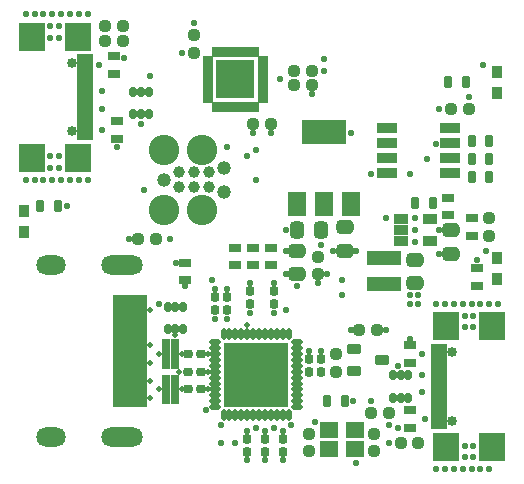
<source format=gts>
%FSLAX46Y46*%
%MOMM*%
%AMPS37*
21,1,5.500000,5.500000,0.000000,0.000000,180.000000*
%
%ADD37PS37*%
%AMPS18*
21,1,0.450000,0.700000,0.000000,0.000000,90.000000*
%
%ADD18PS18*%
%AMPS21*
21,1,0.450000,0.700000,0.000000,0.000000,270.000000*
%
%ADD21PS21*%
%AMPS44*
21,1,0.800000,1.700000,0.000000,0.000000,90.000000*
%
%ADD44PS44*%
%AMPS43*
21,1,0.800000,1.700000,0.000000,0.000000,270.000000*
%
%ADD43PS43*%
%AMPS19*
21,1,0.650000,0.700000,0.000000,0.000000,90.000000*
%
%ADD19PS19*%
%AMPS20*
21,1,0.650000,0.700000,0.000000,0.000000,270.000000*
%
%ADD20PS20*%
%AMPS45*
21,1,1.450000,1.950000,0.000000,0.000000,0.000000*
%
%ADD45PS45*%
%AMPS49*
21,1,0.800000,1.350000,0.000000,0.000000,90.000000*
%
%ADD49PS49*%
%AMPS26*
21,1,0.800000,1.350000,0.000000,0.000000,270.000000*
%
%ADD26PS26*%
%AMPS54*
21,1,0.500000,0.800000,0.000000,0.000000,0.000000*
%
%ADD54PS54*%
%AMPS56*
21,1,0.500000,0.800000,0.000000,0.000000,90.000000*
%
%ADD56PS56*%
%AMPS55*
21,1,0.500000,0.800000,0.000000,0.000000,180.000000*
%
%ADD55PS55*%
%AMPS57*
21,1,0.500000,0.800000,0.000000,0.000000,270.000000*
%
%ADD57PS57*%
%AMPS46*
21,1,3.700000,1.950000,0.000000,0.000000,0.000000*
%
%ADD46PS46*%
%AMPS59*
21,1,0.500000,2.800000,0.000000,0.000000,270.000000*
%
%ADD59PS59*%
%AMPS12*
21,1,1.200000,2.900000,0.000000,0.000000,270.000000*
%
%ADD12PS12*%
%AMPS50*
21,1,2.380000,2.200000,0.000000,0.000000,90.000000*
%
%ADD50PS50*%
%AMPS27*
21,1,2.380000,2.200000,0.000000,0.000000,270.000000*
%
%ADD27PS27*%
%AMPS51*
21,1,0.500000,1.350000,0.000000,0.000000,90.000000*
%
%ADD51PS51*%
%AMPS28*
21,1,0.500000,1.350000,0.000000,0.000000,270.000000*
%
%ADD28PS28*%
%AMPS14*
21,1,0.900000,1.200000,0.000000,0.000000,270.000000*
%
%ADD14PS14*%
%AMPS53*
21,1,1.600000,1.400000,0.000000,0.000000,180.000000*
%
%ADD53PS53*%
%AMPS31*
21,1,1.000000,0.900000,0.000000,0.000000,90.000000*
%
%ADD31PS31*%
%AMPS48*
21,1,1.000000,0.900000,0.000000,0.000000,270.000000*
%
%ADD48PS48*%
%AMPS63*
1,1,0.550000,0.000000,0.000000*
%
%ADD63PS63*%
%AMPS64*
1,1,0.500000,0.000000,0.000000*
%
%ADD64PS64*%
%AMPS60*
21,1,1.800000,1.700000,0.000000,0.000000,0.000000*
1,1,1.700000,0.900000,0.000000*
1,1,1.700000,-0.900000,0.000000*
%
%ADD60PS60*%
%AMPS61*
21,1,0.800000,1.700000,0.000000,0.000000,0.000000*
1,1,1.700000,0.400000,0.000000*
1,1,1.700000,-0.400000,0.000000*
%
%ADD61PS61*%
%AMPS39*
1,1,2.575000,0.000000,0.000000*
%
%ADD39PS39*%
%AMPS41*
1,1,2.575000,0.000000,0.000000*
%
%ADD41PS41*%
%AMPS52*
1,1,0.850000,0.000000,0.000000*
%
%ADD52PS52*%
%AMPS29*
1,1,0.850000,0.000000,0.000000*
%
%ADD29PS29*%
%AMPS42*
1,1,1.190600,0.000000,0.000000*
%
%ADD42PS42*%
%AMPS17*
1,1,0.560000,-0.220000,0.195000*
1,1,0.560000,0.220000,-0.195000*
1,1,0.560000,0.220000,0.195000*
1,1,0.560000,-0.220000,-0.195000*
21,1,1.000000,0.390000,0.000000,0.000000,0.000000*
21,1,0.440000,0.950000,0.000000,0.000000,0.000000*
%
%ADD17PS17*%
%AMPS11*
1,1,0.560000,-0.195000,-0.220000*
1,1,0.560000,0.195000,0.220000*
1,1,0.560000,-0.195000,0.220000*
1,1,0.560000,0.195000,-0.220000*
21,1,1.000000,0.390000,0.000000,0.000000,90.000000*
21,1,0.440000,0.950000,0.000000,0.000000,90.000000*
%
%ADD11PS11*%
%AMPS32*
1,1,0.560000,0.220000,-0.195000*
1,1,0.560000,-0.220000,0.195000*
1,1,0.560000,-0.220000,-0.195000*
1,1,0.560000,0.220000,0.195000*
21,1,1.000000,0.390000,0.000000,0.000000,180.000000*
21,1,0.440000,0.950000,0.000000,0.000000,180.000000*
%
%ADD32PS32*%
%AMPS25*
1,1,0.560000,0.195000,0.220000*
1,1,0.560000,-0.195000,-0.220000*
1,1,0.560000,0.195000,-0.220000*
1,1,0.560000,-0.195000,0.220000*
21,1,1.000000,0.390000,0.000000,0.000000,270.000000*
21,1,0.440000,0.950000,0.000000,0.000000,270.000000*
%
%ADD25PS25*%
%AMPS13*
1,1,0.700000,-0.375000,-0.250000*
1,1,0.700000,0.375000,0.250000*
1,1,0.700000,-0.375000,0.250000*
1,1,0.700000,0.375000,-0.250000*
21,1,1.200000,0.750000,0.000000,0.000000,90.000000*
21,1,0.500000,1.450000,0.000000,0.000000,90.000000*
%
%ADD13PS13*%
%AMPS62*
1,1,0.700000,0.250000,-0.375000*
1,1,0.700000,-0.250000,0.375000*
1,1,0.700000,-0.250000,-0.375000*
1,1,0.700000,0.250000,0.375000*
21,1,1.200000,0.750000,0.000000,0.000000,180.000000*
21,1,0.500000,1.450000,0.000000,0.000000,180.000000*
%
%ADD62PS62*%
%AMPS47*
1,1,0.700000,0.375000,0.250000*
1,1,0.700000,-0.375000,-0.250000*
1,1,0.700000,0.375000,-0.250000*
1,1,0.700000,-0.375000,0.250000*
21,1,1.200000,0.750000,0.000000,0.000000,270.000000*
21,1,0.500000,1.450000,0.000000,0.000000,270.000000*
%
%ADD47PS47*%
%AMPS36*
1,1,0.325000,0.062500,-0.337500*
1,1,0.325000,-0.062500,0.337500*
1,1,0.325000,-0.062500,-0.337500*
1,1,0.325000,0.062500,0.337500*
21,1,0.450000,0.675000,0.000000,0.000000,180.000000*
21,1,0.125000,1.000000,0.000000,0.000000,180.000000*
%
%ADD36PS36*%
%AMPS22*
1,1,0.440000,-0.130000,0.330000*
1,1,0.440000,0.130000,-0.330000*
1,1,0.440000,0.130000,0.330000*
1,1,0.440000,-0.130000,-0.330000*
21,1,0.700000,0.660000,0.000000,0.000000,0.000000*
21,1,0.260000,1.100000,0.000000,0.000000,0.000000*
%
%ADD22PS22*%
%AMPS33*
1,1,0.440000,-0.330000,-0.130000*
1,1,0.440000,0.330000,0.130000*
1,1,0.440000,-0.330000,0.130000*
1,1,0.440000,0.330000,-0.130000*
21,1,0.700000,0.660000,0.000000,0.000000,90.000000*
21,1,0.260000,1.100000,0.000000,0.000000,90.000000*
%
%ADD33PS33*%
%AMPS30*
1,1,0.440000,0.130000,-0.330000*
1,1,0.440000,-0.130000,0.330000*
1,1,0.440000,-0.130000,-0.330000*
1,1,0.440000,0.130000,0.330000*
21,1,0.700000,0.660000,0.000000,0.000000,180.000000*
21,1,0.260000,1.100000,0.000000,0.000000,180.000000*
%
%ADD30PS30*%
%AMPS16*
1,1,0.440000,0.330000,0.130000*
1,1,0.440000,-0.330000,-0.130000*
1,1,0.440000,0.330000,-0.130000*
1,1,0.440000,-0.330000,0.130000*
21,1,0.700000,0.660000,0.000000,0.000000,270.000000*
21,1,0.260000,1.100000,0.000000,0.000000,270.000000*
%
%ADD16PS16*%
%AMPS24*
1,1,0.400000,-0.110000,0.200000*
1,1,0.400000,0.110000,-0.200000*
1,1,0.400000,0.110000,0.200000*
1,1,0.400000,-0.110000,-0.200000*
21,1,0.620000,0.400000,0.000000,0.000000,0.000000*
21,1,0.220000,0.800000,0.000000,0.000000,0.000000*
%
%ADD24PS24*%
%AMPS23*
1,1,0.400000,0.110000,-0.200000*
1,1,0.400000,-0.110000,0.200000*
1,1,0.400000,-0.110000,-0.200000*
1,1,0.400000,0.110000,0.200000*
21,1,0.620000,0.400000,0.000000,0.000000,180.000000*
21,1,0.220000,0.800000,0.000000,0.000000,180.000000*
%
%ADD23PS23*%
%AMPS10*
1,1,0.440000,-0.130000,-0.180000*
1,1,0.440000,0.130000,0.180000*
1,1,0.440000,-0.130000,0.180000*
1,1,0.440000,0.130000,-0.180000*
21,1,0.800000,0.260000,0.000000,0.000000,90.000000*
21,1,0.360000,0.700000,0.000000,0.000000,90.000000*
%
%ADD10PS10*%
%AMPS34*
1,1,0.440000,0.180000,-0.130000*
1,1,0.440000,-0.180000,0.130000*
1,1,0.440000,-0.180000,-0.130000*
1,1,0.440000,0.180000,0.130000*
21,1,0.800000,0.260000,0.000000,0.000000,180.000000*
21,1,0.360000,0.700000,0.000000,0.000000,180.000000*
%
%ADD34PS34*%
%AMPS15*
1,1,0.440000,0.130000,0.180000*
1,1,0.440000,-0.130000,-0.180000*
1,1,0.440000,0.130000,-0.180000*
1,1,0.440000,-0.130000,0.180000*
21,1,0.800000,0.260000,0.000000,0.000000,270.000000*
21,1,0.360000,0.700000,0.000000,0.000000,270.000000*
%
%ADD15PS15*%
%AMPS38*
1,1,0.540000,-0.330000,-0.180000*
1,1,0.540000,0.330000,0.180000*
1,1,0.540000,-0.330000,0.180000*
1,1,0.540000,0.330000,-0.180000*
21,1,0.900000,0.660000,0.000000,0.000000,90.000000*
21,1,0.360000,1.200000,0.000000,0.000000,90.000000*
%
%ADD38PS38*%
%AMPS35*
1,1,0.325000,0.337500,-0.062500*
1,1,0.325000,-0.337500,0.062500*
1,1,0.325000,-0.337500,-0.062500*
1,1,0.325000,0.337500,0.062500*
21,1,1.000000,0.125000,0.000000,0.000000,180.000000*
21,1,0.675000,0.450000,0.000000,0.000000,180.000000*
%
%ADD35PS35*%
%AMPS58*
21,1,3.300000,3.300000,0.000000,0.000000,180.000000*
%
%ADD58PS58*%
%AMPS40*
1,1,0.987400,0.000000,0.000000*
%
%ADD40PS40*%
G01*
%LPD*%
G01*
%LPD*%
G75*
D10*
X22000000Y16550000D03*
D10*
X22000000Y15450000D03*
D11*
X40250000Y22750000D03*
D11*
X40250000Y21250000D03*
D12*
X31300000Y19350000D03*
D12*
X31300000Y17150000D03*
D11*
X15250000Y38250000D03*
D11*
X15250000Y36750000D03*
D13*
X24000008Y18000056D03*
D13*
X24000008Y20000056D03*
D14*
X32800000Y21750000D03*
D14*
X35200000Y20800000D03*
D14*
X32800000Y22700000D03*
D14*
X35200000Y22700000D03*
D14*
X32800000Y20800000D03*
D15*
X21250000Y2950000D03*
D15*
X21250000Y4050000D03*
D16*
X14500000Y19000000D03*
D16*
X14500000Y17500000D03*
D10*
X17000000Y16050000D03*
D10*
X17000000Y14950000D03*
D17*
X25250000Y34000000D03*
D17*
X23750000Y34000000D03*
D18*
X13650000Y10249998D03*
D18*
X13650000Y12249998D03*
D19*
X13650000Y11249998D03*
D20*
X12850000Y11249998D03*
D21*
X12850000Y12249998D03*
D21*
X12850000Y10249998D03*
D18*
X13650000Y10749998D03*
D21*
X12850000Y10749998D03*
D18*
X13650000Y11749998D03*
D21*
X12850000Y11749998D03*
D10*
X18000000Y16050000D03*
D10*
X18000000Y14950000D03*
D22*
X36750000Y34250000D03*
D22*
X38250000Y34250000D03*
D23*
X10100000Y33450000D03*
D23*
X11400000Y33450000D03*
D23*
X10750000Y33450000D03*
D24*
X10100000Y31550000D03*
D24*
X11400000Y31550000D03*
D24*
X10750000Y31550000D03*
D25*
X25750000Y18000000D03*
D25*
X25750000Y19500000D03*
D26*
X6005000Y29800000D03*
D27*
X5430000Y38110000D03*
D28*
X6005000Y34250000D03*
D27*
X1500000Y27890000D03*
D28*
X6005000Y31750000D03*
D27*
X5430000Y27890000D03*
D28*
X6005000Y33250000D03*
D28*
X6005000Y34750000D03*
D28*
X6005000Y31250000D03*
D29*
X4930000Y35890000D03*
D26*
X6005000Y35400000D03*
D27*
X1500000Y38110000D03*
D28*
X6005000Y32750000D03*
D26*
X6005000Y30600000D03*
D26*
X6005000Y36200000D03*
D28*
X6005000Y33750000D03*
D29*
X4930000Y30110000D03*
D28*
X6005000Y32250000D03*
D16*
X33520000Y6500000D03*
D16*
X33520000Y5000000D03*
D30*
X35500000Y24000000D03*
D30*
X34000000Y24000000D03*
D31*
X850000Y23400000D03*
D31*
X850000Y21600000D03*
D32*
X32750000Y3750000D03*
D32*
X34250000Y3750000D03*
D33*
X8750000Y29500000D03*
D33*
X8750000Y31000000D03*
D10*
X26000000Y10800000D03*
D10*
X26000000Y9700000D03*
D10*
X20000000Y16550000D03*
D10*
X20000000Y15450000D03*
D17*
X9250000Y37750000D03*
D17*
X7750000Y37750000D03*
D33*
X8500000Y35000000D03*
D33*
X8500000Y36500000D03*
D34*
X14700000Y8250000D03*
D34*
X15800000Y8250000D03*
D30*
X40250000Y26250000D03*
D30*
X38750000Y26250000D03*
D16*
X18750000Y20250000D03*
D16*
X18750000Y18750000D03*
D35*
X23950000Y9750000D03*
D36*
X21750000Y6050000D03*
D36*
X21250000Y6050000D03*
D35*
X23950000Y12250000D03*
D35*
X23950000Y8750000D03*
D36*
X20750000Y12950000D03*
D36*
X18750000Y6050000D03*
D37*
X20500000Y9500000D03*
D35*
X17050000Y6750000D03*
D35*
X23950000Y6750000D03*
D36*
X21250000Y12950000D03*
D35*
X17050000Y12250000D03*
D35*
X23950000Y10250000D03*
D36*
X20250000Y12950000D03*
D35*
X17050000Y10750000D03*
D35*
X23950000Y9250000D03*
D35*
X23950000Y11750000D03*
D35*
X17050000Y9250000D03*
D35*
X17050000Y11750000D03*
D36*
X19250000Y12950000D03*
D36*
X21750000Y12950000D03*
D36*
X17750000Y6050000D03*
D35*
X23950000Y11250000D03*
D36*
X23250000Y6050000D03*
D35*
X23950000Y8250000D03*
D35*
X17050000Y9750000D03*
D36*
X20750000Y6050000D03*
D36*
X20250000Y6050000D03*
D36*
X18250000Y6050000D03*
D35*
X17050000Y8250000D03*
D36*
X18250000Y12950000D03*
D36*
X22750000Y6050000D03*
D35*
X17050000Y7750000D03*
D35*
X23950000Y7750000D03*
D35*
X17050000Y8750000D03*
D35*
X23950000Y10750000D03*
D35*
X17050000Y11250000D03*
D36*
X17750000Y12950000D03*
D35*
X17050000Y7250000D03*
D36*
X18750000Y12950000D03*
D36*
X23250000Y12950000D03*
D36*
X22250000Y12950000D03*
D36*
X22250000Y6050000D03*
D36*
X22750000Y12950000D03*
D35*
X17050000Y10250000D03*
D35*
X23950000Y7250000D03*
D36*
X19250000Y6050000D03*
D36*
X19750000Y12950000D03*
D36*
X19750000Y6050000D03*
D24*
X33400000Y7550000D03*
D24*
X32100000Y7550000D03*
D24*
X32750000Y7550000D03*
D23*
X33400000Y9450000D03*
D23*
X32100000Y9450000D03*
D23*
X32750000Y9450000D03*
D38*
X31200000Y10750000D03*
D38*
X28800000Y11700000D03*
D38*
X28800000Y9800000D03*
D16*
X33500000Y12000000D03*
D16*
X33500000Y10500000D03*
D39*
X12710000Y28540000D03*
D40*
X16520000Y25365000D03*
D40*
X13980000Y25365000D03*
D39*
X15885000Y28540000D03*
D41*
X12710000Y23460000D03*
D42*
X17790000Y27016000D03*
D40*
X13980000Y26635000D03*
D40*
X15250000Y26635000D03*
D40*
X15250000Y25365000D03*
D40*
X16520000Y26635000D03*
D42*
X17790000Y24984000D03*
D42*
X12710000Y26000000D03*
D41*
X15885000Y23460000D03*
D32*
X29250000Y13250000D03*
D32*
X30750000Y13250000D03*
D18*
X13650000Y7249998D03*
D18*
X13650000Y9249998D03*
D19*
X13650000Y8249998D03*
D20*
X12850000Y8249998D03*
D21*
X12850000Y9249998D03*
D21*
X12850000Y7249998D03*
D18*
X13650000Y7749998D03*
D21*
X12850000Y7749998D03*
D18*
X13650000Y8749998D03*
D21*
X12850000Y8749998D03*
D32*
X7750000Y39000000D03*
D32*
X9250000Y39000000D03*
D34*
X14700000Y11250000D03*
D34*
X15800000Y11250000D03*
D43*
X31550000Y29135000D03*
D43*
X31550000Y26595000D03*
D44*
X36950000Y29135000D03*
D44*
X31550000Y30405000D03*
D43*
X31550000Y27865000D03*
D44*
X36950000Y26595000D03*
D44*
X36950000Y27865000D03*
D44*
X36950000Y30405000D03*
D23*
X13025000Y15250000D03*
D23*
X14325000Y15250000D03*
D23*
X13675000Y15250000D03*
D24*
X13025000Y13350000D03*
D24*
X14325000Y13350000D03*
D24*
X13675000Y13350000D03*
D10*
X25000000Y10800000D03*
D10*
X25000000Y9700000D03*
D34*
X14700000Y9750000D03*
D34*
X15800000Y9750000D03*
D13*
X37000008Y19750056D03*
D13*
X37000008Y21750056D03*
D45*
X28550000Y23950000D03*
D45*
X26250000Y23950000D03*
D45*
X23950000Y23950000D03*
D46*
X26250000Y30050000D03*
D16*
X39250000Y18500000D03*
D16*
X39250000Y17000000D03*
D11*
X27250000Y11250000D03*
D11*
X27250000Y9750000D03*
D32*
X20250000Y30750000D03*
D32*
X21750000Y30750000D03*
D30*
X40250000Y29250000D03*
D30*
X38750000Y29250000D03*
D17*
X38500000Y32000000D03*
D17*
X37000000Y32000000D03*
D30*
X40250000Y27750000D03*
D30*
X38750000Y27750000D03*
D15*
X19750000Y2950000D03*
D15*
X19750000Y4050000D03*
D47*
X27999992Y21999944D03*
D47*
X27999992Y19999944D03*
D13*
X34000008Y17250056D03*
D13*
X34000008Y19250056D03*
D16*
X21750000Y20250000D03*
D16*
X21750000Y18750000D03*
D48*
X40900000Y17600000D03*
D48*
X40900000Y19400000D03*
D49*
X35995000Y11700000D03*
D50*
X36570000Y3390000D03*
D51*
X35995000Y7250000D03*
D50*
X40500000Y13610000D03*
D51*
X35995000Y9750000D03*
D50*
X36570000Y13610000D03*
D51*
X35995000Y8250000D03*
D51*
X35995000Y6750000D03*
D51*
X35995000Y10250000D03*
D52*
X37070000Y5610000D03*
D49*
X35995000Y6100000D03*
D50*
X40500000Y3390000D03*
D51*
X35995000Y8750000D03*
D49*
X35995000Y10900000D03*
D49*
X35995000Y5300000D03*
D51*
X35995000Y7750000D03*
D52*
X37070000Y11390000D03*
D51*
X35995000Y9250000D03*
D33*
X36750000Y23000000D03*
D33*
X36750000Y24500000D03*
D53*
X26650000Y3200000D03*
D53*
X28850000Y3200000D03*
D53*
X28850000Y4800000D03*
D53*
X26650000Y4800000D03*
D54*
X18000000Y32150000D03*
D55*
X18000000Y36850000D03*
D56*
X21100000Y34250000D03*
D54*
X20500000Y32150000D03*
D57*
X16400000Y35250000D03*
D54*
X17000000Y32150000D03*
D55*
X19500000Y36850000D03*
D56*
X21100000Y34750000D03*
D57*
X16400000Y33250000D03*
D54*
X18500000Y32150000D03*
D56*
X21100000Y35250000D03*
D54*
X20000000Y32150000D03*
D55*
X18500000Y36850000D03*
D56*
X21100000Y36250000D03*
D55*
X20000000Y36850000D03*
D57*
X16400000Y35750000D03*
D55*
X19000000Y36850000D03*
D58*
X18750000Y34500000D03*
D57*
X16400000Y32750000D03*
D56*
X21100000Y33250000D03*
D57*
X16400000Y36250000D03*
D57*
X16400000Y33750000D03*
D57*
X16400000Y34250000D03*
D56*
X21100000Y33750000D03*
D57*
X16400000Y34750000D03*
D55*
X20500000Y36850000D03*
D55*
X17000000Y36850000D03*
D54*
X19000000Y32150000D03*
D55*
X17500000Y36850000D03*
D54*
X19500000Y32150000D03*
D54*
X17500000Y32150000D03*
D56*
X21100000Y32750000D03*
D56*
X21100000Y35750000D03*
D32*
X30250000Y6250000D03*
D32*
X31750000Y6250000D03*
D30*
X3750000Y23750000D03*
D30*
X2250000Y23750000D03*
D22*
X26500000Y7250000D03*
D22*
X28000000Y7250000D03*
D32*
X23750000Y35250000D03*
D32*
X25250000Y35250000D03*
D16*
X20250000Y20250000D03*
D16*
X20250000Y18750000D03*
D25*
X30500000Y3000000D03*
D25*
X30500000Y4500000D03*
D32*
X10500000Y21000000D03*
D32*
X12000000Y21000000D03*
D59*
X9870000Y10000000D03*
D59*
X9870000Y15500000D03*
D59*
X9870000Y7000000D03*
D59*
X9870000Y7500000D03*
D60*
X9110000Y4250000D03*
D59*
X9870000Y8000000D03*
D59*
X9870000Y13000000D03*
D59*
X9870000Y12500000D03*
D59*
X9870000Y14500000D03*
D60*
X9110000Y18750000D03*
D59*
X9870000Y11000000D03*
D59*
X9870000Y9500000D03*
D61*
X3150000Y18750000D03*
D59*
X9870000Y8500000D03*
D59*
X9870000Y12000000D03*
D59*
X9870000Y13500000D03*
D59*
X9870000Y16000000D03*
D59*
X9870000Y10500000D03*
D61*
X3150000Y4250000D03*
D59*
X9870000Y11500000D03*
D59*
X9870000Y9000000D03*
D59*
X9870000Y15000000D03*
D59*
X9870000Y14000000D03*
D33*
X38750000Y21250000D03*
D33*
X38750000Y22750000D03*
D62*
X25999944Y21750008D03*
D62*
X23999944Y21750008D03*
D48*
X40900000Y33350000D03*
D48*
X40900000Y35150000D03*
D15*
X22750000Y2950000D03*
D15*
X22750000Y4050000D03*
D11*
X25000000Y4500000D03*
D11*
X25000000Y3000000D03*
D63*
X18750000Y9500000D03*
D63*
X20500000Y26000000D03*
D63*
X18750000Y7750000D03*
D63*
X17500000Y5250000D03*
D63*
X22000000Y17250000D03*
D64*
X12250000Y8250000D03*
D63*
X36500000Y15500000D03*
D63*
X4500000Y23750000D03*
D63*
X13250000Y21000000D03*
D63*
X25750000Y17250000D03*
D63*
X6250000Y40000000D03*
D63*
X21750000Y30000000D03*
D63*
X18750000Y34500000D03*
D63*
X27750000Y17500000D03*
D63*
X22500000Y34500000D03*
D63*
X22000000Y5000000D03*
D64*
X11500000Y10500000D03*
D63*
X36000000Y19750000D03*
D63*
X36000000Y32000000D03*
D63*
X40250000Y1500000D03*
D63*
X35750000Y1500000D03*
D63*
X18750002Y35749999D03*
D63*
X34520000Y9500000D03*
D63*
X38000000Y15500000D03*
D63*
X23458871Y5270565D03*
D64*
X16425000Y9750000D03*
D63*
X3090000Y27000000D03*
D63*
X33500000Y26500000D03*
D63*
X39250000Y19250000D03*
D63*
X20000002Y34499999D03*
D63*
X33500000Y12500000D03*
D64*
X11500000Y14995000D03*
D63*
X19750000Y4750000D03*
D63*
X9345799Y36325633D03*
D63*
X20500000Y5000000D03*
D63*
X17500000Y3750000D03*
D63*
X3250000Y40000000D03*
D63*
X22750000Y2250000D03*
D63*
X22250000Y9500000D03*
D63*
X40250000Y15500000D03*
D63*
X18000000Y16750000D03*
D64*
X11500000Y12000000D03*
D64*
X11500000Y7500000D03*
D63*
X1750000Y26000000D03*
D63*
X16250000Y6500000D03*
D63*
X17500002Y35749999D03*
D63*
X27000000Y20000000D03*
D63*
X4750000Y40000000D03*
D63*
X41000000Y15500000D03*
D63*
X39500000Y1500000D03*
D64*
X14250000Y11250000D03*
D63*
X39500000Y15500000D03*
D63*
X18750000Y3750000D03*
D63*
X35000000Y27750000D03*
D64*
X16425000Y11250000D03*
D63*
X34250000Y16250000D03*
D63*
X33500000Y16250000D03*
D63*
X24000000Y17000000D03*
D63*
X20000000Y17250000D03*
D63*
X37250000Y15500000D03*
D63*
X9750000Y21000000D03*
D64*
X16425000Y8250000D03*
D63*
X23000000Y20000000D03*
D63*
X20500000Y28500000D03*
D64*
X11500000Y9000000D03*
D63*
X20000002Y33249999D03*
D63*
X34000000Y22750000D03*
D63*
X18750000Y11250000D03*
D63*
X33500000Y15500000D03*
D63*
X13750000Y19000000D03*
D63*
X20250000Y30000000D03*
D63*
X20000000Y14750000D03*
D63*
X29000000Y2000000D03*
D63*
X1750000Y40000000D03*
D63*
X26250000Y36250000D03*
D63*
X17500002Y33249999D03*
D63*
X38000000Y1500000D03*
D63*
X34000000Y20750000D03*
D63*
X16750000Y17500000D03*
D63*
X3090000Y39000000D03*
D63*
X26000000Y11500000D03*
D64*
X14250000Y8250000D03*
D63*
X8750000Y28750000D03*
D63*
X1000000Y26000000D03*
D63*
X30250000Y7250000D03*
D63*
X4750000Y26000000D03*
D63*
X22750000Y4750000D03*
D63*
X36000000Y21750000D03*
D63*
X26250000Y35250000D03*
D63*
X7480000Y32000000D03*
D64*
X14000000Y9750000D03*
D63*
X14250000Y36750000D03*
D63*
X19750000Y28000000D03*
D63*
X10750000Y30750000D03*
D63*
X3840000Y28000000D03*
D63*
X38750000Y15500000D03*
D63*
X34250000Y15500000D03*
D63*
X25250000Y33250000D03*
D63*
X15250000Y39250000D03*
D63*
X18000000Y28750000D03*
D63*
X22250000Y11250000D03*
D63*
X3840000Y38000000D03*
D63*
X28500000Y13250000D03*
D63*
X20500000Y11250000D03*
D63*
X20500000Y9500000D03*
D63*
X5500000Y40000000D03*
D63*
X39750000Y35750000D03*
D63*
X38910000Y2500000D03*
D63*
X3250000Y26000000D03*
D63*
X18750002Y33249999D03*
D63*
X28500000Y30000000D03*
D64*
X12250000Y11250000D03*
D63*
X12250000Y15500000D03*
D63*
X22250000Y7750000D03*
D63*
X6250000Y26000000D03*
D63*
X2500000Y40000000D03*
D63*
X5500000Y26000000D03*
D63*
X31500000Y13250000D03*
D63*
X26000000Y20500000D03*
D63*
X25500000Y5500000D03*
D63*
X3090000Y38000000D03*
D63*
X31750000Y5250000D03*
D63*
X38160000Y3500000D03*
D64*
X13675000Y12825000D03*
D63*
X7480000Y33500000D03*
D63*
X37250000Y1500000D03*
D63*
X34520000Y11250000D03*
D63*
X7230000Y35750000D03*
D63*
X40000000Y20000000D03*
D63*
X34000000Y21750000D03*
D63*
X38750000Y1500000D03*
D63*
X38160000Y14500000D03*
D63*
X19750000Y2250000D03*
D63*
X27750000Y16250000D03*
D63*
X30250000Y26500000D03*
D63*
X38910000Y14500000D03*
D63*
X32500000Y10250000D03*
D63*
X18000000Y14250000D03*
D63*
X26500000Y18000000D03*
D63*
X31500000Y22750000D03*
D63*
X25000000Y11500000D03*
D63*
X31750000Y3750000D03*
D63*
X38160000Y13500000D03*
D63*
X21250000Y2250000D03*
D63*
X38910000Y3500000D03*
D63*
X23000000Y21750000D03*
D63*
X20000002Y35749999D03*
D64*
X19745000Y13750000D03*
D63*
X38160000Y2500000D03*
D63*
X22000000Y14750000D03*
D63*
X4000000Y26000000D03*
D63*
X38500000Y33000000D03*
D63*
X1000000Y40000000D03*
D63*
X38910000Y13500000D03*
D63*
X20625000Y7750000D03*
D63*
X21250000Y4750000D03*
D63*
X36500000Y1500000D03*
D63*
X2500000Y26000000D03*
D63*
X32520000Y5000000D03*
D63*
X28750000Y7250000D03*
D63*
X17500002Y34499999D03*
D63*
X17000000Y14250000D03*
D63*
X4000000Y40000000D03*
D63*
X17000000Y16750000D03*
D63*
X35750000Y15500000D03*
D63*
X3840000Y27000000D03*
D63*
X34520000Y8000000D03*
D63*
X29000000Y20000000D03*
D63*
X10979680Y25129680D03*
D63*
X3840000Y39000000D03*
D63*
X35750000Y29000000D03*
D63*
X7480000Y30250000D03*
D63*
X3090000Y28000000D03*
D63*
X14500000Y17000000D03*
D63*
X11500000Y34750000D03*
D63*
X23000000Y15000000D03*
D63*
X23000000Y18000000D03*
D63*
X34770000Y5750000D03*
M02*

</source>
